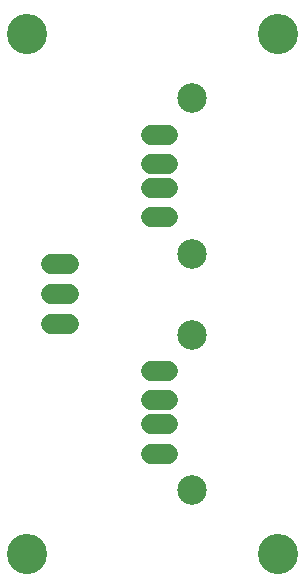
<source format=gbs>
G75*
%MOIN*%
%OFA0B0*%
%FSLAX25Y25*%
%IPPOS*%
%LPD*%
%AMOC8*
5,1,8,0,0,1.08239X$1,22.5*
%
%ADD10C,0.13398*%
%ADD11C,0.06540*%
%ADD12C,0.09855*%
%ADD13C,0.06800*%
D10*
X0017811Y0017811D03*
X0101276Y0017811D03*
X0101276Y0191039D03*
X0017811Y0191039D03*
D11*
X0059098Y0157575D02*
X0064839Y0157575D01*
X0064839Y0147732D02*
X0059098Y0147732D01*
X0059098Y0139858D02*
X0064839Y0139858D01*
X0064839Y0130016D02*
X0059098Y0130016D01*
X0059098Y0078835D02*
X0064839Y0078835D01*
X0064839Y0068992D02*
X0059098Y0068992D01*
X0059098Y0061118D02*
X0064839Y0061118D01*
X0064839Y0051276D02*
X0059098Y0051276D01*
D12*
X0072638Y0039189D03*
X0072638Y0090921D03*
X0072638Y0117929D03*
X0072638Y0169661D03*
D13*
X0031559Y0114425D02*
X0025559Y0114425D01*
X0025559Y0104425D02*
X0031559Y0104425D01*
X0031559Y0094425D02*
X0025559Y0094425D01*
M02*

</source>
